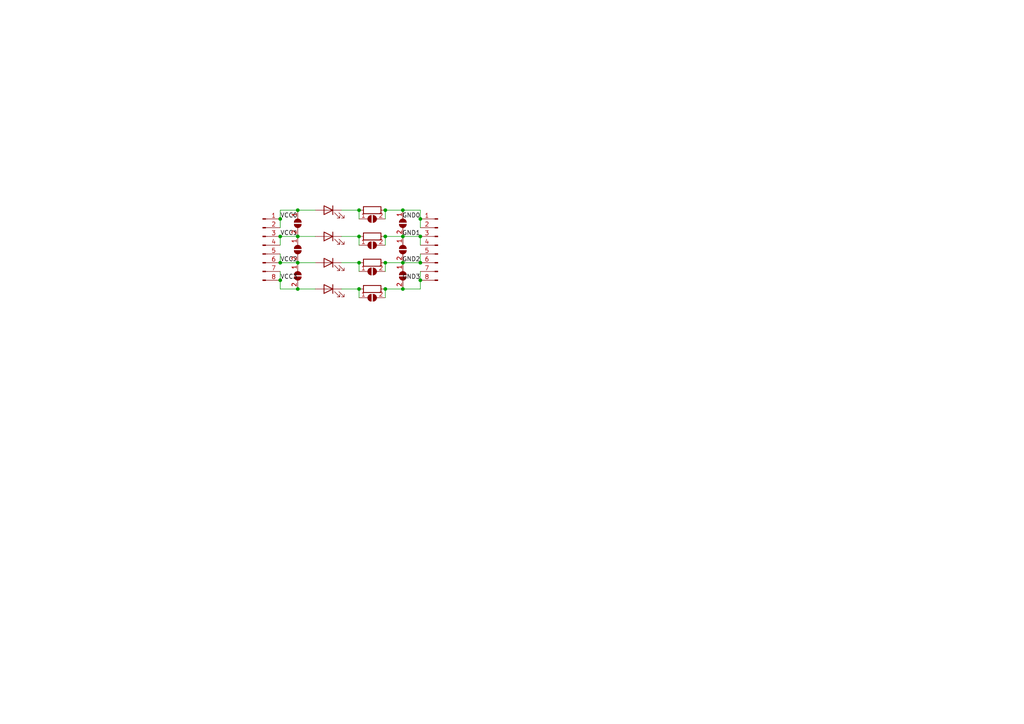
<source format=kicad_sch>
(kicad_sch (version 20211123) (generator eeschema)

  (uuid 1a8b3ff9-5f91-485a-bd6d-750b1666bc8c)

  (paper "A4")

  (lib_symbols
    (symbol "Connector:Conn_01x08_Male" (pin_names (offset 1.016) hide) (in_bom yes) (on_board yes)
      (property "Reference" "J" (id 0) (at 0 10.16 0)
        (effects (font (size 1.27 1.27)))
      )
      (property "Value" "Conn_01x08_Male" (id 1) (at 0 -12.7 0)
        (effects (font (size 1.27 1.27)))
      )
      (property "Footprint" "" (id 2) (at 0 0 0)
        (effects (font (size 1.27 1.27)) hide)
      )
      (property "Datasheet" "~" (id 3) (at 0 0 0)
        (effects (font (size 1.27 1.27)) hide)
      )
      (property "ki_keywords" "connector" (id 4) (at 0 0 0)
        (effects (font (size 1.27 1.27)) hide)
      )
      (property "ki_description" "Generic connector, single row, 01x08, script generated (kicad-library-utils/schlib/autogen/connector/)" (id 5) (at 0 0 0)
        (effects (font (size 1.27 1.27)) hide)
      )
      (property "ki_fp_filters" "Connector*:*_1x??_*" (id 6) (at 0 0 0)
        (effects (font (size 1.27 1.27)) hide)
      )
      (symbol "Conn_01x08_Male_1_1"
        (polyline
          (pts
            (xy 1.27 -10.16)
            (xy 0.8636 -10.16)
          )
          (stroke (width 0.1524) (type default) (color 0 0 0 0))
          (fill (type none))
        )
        (polyline
          (pts
            (xy 1.27 -7.62)
            (xy 0.8636 -7.62)
          )
          (stroke (width 0.1524) (type default) (color 0 0 0 0))
          (fill (type none))
        )
        (polyline
          (pts
            (xy 1.27 -5.08)
            (xy 0.8636 -5.08)
          )
          (stroke (width 0.1524) (type default) (color 0 0 0 0))
          (fill (type none))
        )
        (polyline
          (pts
            (xy 1.27 -2.54)
            (xy 0.8636 -2.54)
          )
          (stroke (width 0.1524) (type default) (color 0 0 0 0))
          (fill (type none))
        )
        (polyline
          (pts
            (xy 1.27 0)
            (xy 0.8636 0)
          )
          (stroke (width 0.1524) (type default) (color 0 0 0 0))
          (fill (type none))
        )
        (polyline
          (pts
            (xy 1.27 2.54)
            (xy 0.8636 2.54)
          )
          (stroke (width 0.1524) (type default) (color 0 0 0 0))
          (fill (type none))
        )
        (polyline
          (pts
            (xy 1.27 5.08)
            (xy 0.8636 5.08)
          )
          (stroke (width 0.1524) (type default) (color 0 0 0 0))
          (fill (type none))
        )
        (polyline
          (pts
            (xy 1.27 7.62)
            (xy 0.8636 7.62)
          )
          (stroke (width 0.1524) (type default) (color 0 0 0 0))
          (fill (type none))
        )
        (rectangle (start 0.8636 -10.033) (end 0 -10.287)
          (stroke (width 0.1524) (type default) (color 0 0 0 0))
          (fill (type outline))
        )
        (rectangle (start 0.8636 -7.493) (end 0 -7.747)
          (stroke (width 0.1524) (type default) (color 0 0 0 0))
          (fill (type outline))
        )
        (rectangle (start 0.8636 -4.953) (end 0 -5.207)
          (stroke (width 0.1524) (type default) (color 0 0 0 0))
          (fill (type outline))
        )
        (rectangle (start 0.8636 -2.413) (end 0 -2.667)
          (stroke (width 0.1524) (type default) (color 0 0 0 0))
          (fill (type outline))
        )
        (rectangle (start 0.8636 0.127) (end 0 -0.127)
          (stroke (width 0.1524) (type default) (color 0 0 0 0))
          (fill (type outline))
        )
        (rectangle (start 0.8636 2.667) (end 0 2.413)
          (stroke (width 0.1524) (type default) (color 0 0 0 0))
          (fill (type outline))
        )
        (rectangle (start 0.8636 5.207) (end 0 4.953)
          (stroke (width 0.1524) (type default) (color 0 0 0 0))
          (fill (type outline))
        )
        (rectangle (start 0.8636 7.747) (end 0 7.493)
          (stroke (width 0.1524) (type default) (color 0 0 0 0))
          (fill (type outline))
        )
        (pin passive line (at 5.08 7.62 180) (length 3.81)
          (name "Pin_1" (effects (font (size 1.27 1.27))))
          (number "1" (effects (font (size 1.27 1.27))))
        )
        (pin passive line (at 5.08 5.08 180) (length 3.81)
          (name "Pin_2" (effects (font (size 1.27 1.27))))
          (number "2" (effects (font (size 1.27 1.27))))
        )
        (pin passive line (at 5.08 2.54 180) (length 3.81)
          (name "Pin_3" (effects (font (size 1.27 1.27))))
          (number "3" (effects (font (size 1.27 1.27))))
        )
        (pin passive line (at 5.08 0 180) (length 3.81)
          (name "Pin_4" (effects (font (size 1.27 1.27))))
          (number "4" (effects (font (size 1.27 1.27))))
        )
        (pin passive line (at 5.08 -2.54 180) (length 3.81)
          (name "Pin_5" (effects (font (size 1.27 1.27))))
          (number "5" (effects (font (size 1.27 1.27))))
        )
        (pin passive line (at 5.08 -5.08 180) (length 3.81)
          (name "Pin_6" (effects (font (size 1.27 1.27))))
          (number "6" (effects (font (size 1.27 1.27))))
        )
        (pin passive line (at 5.08 -7.62 180) (length 3.81)
          (name "Pin_7" (effects (font (size 1.27 1.27))))
          (number "7" (effects (font (size 1.27 1.27))))
        )
        (pin passive line (at 5.08 -10.16 180) (length 3.81)
          (name "Pin_8" (effects (font (size 1.27 1.27))))
          (number "8" (effects (font (size 1.27 1.27))))
        )
      )
    )
    (symbol "Device:LED" (pin_numbers hide) (pin_names (offset 1.016) hide) (in_bom yes) (on_board yes)
      (property "Reference" "D" (id 0) (at 0 2.54 0)
        (effects (font (size 1.27 1.27)))
      )
      (property "Value" "LED" (id 1) (at 0 -2.54 0)
        (effects (font (size 1.27 1.27)))
      )
      (property "Footprint" "" (id 2) (at 0 0 0)
        (effects (font (size 1.27 1.27)) hide)
      )
      (property "Datasheet" "~" (id 3) (at 0 0 0)
        (effects (font (size 1.27 1.27)) hide)
      )
      (property "ki_keywords" "LED diode" (id 4) (at 0 0 0)
        (effects (font (size 1.27 1.27)) hide)
      )
      (property "ki_description" "Light emitting diode" (id 5) (at 0 0 0)
        (effects (font (size 1.27 1.27)) hide)
      )
      (property "ki_fp_filters" "LED* LED_SMD:* LED_THT:*" (id 6) (at 0 0 0)
        (effects (font (size 1.27 1.27)) hide)
      )
      (symbol "LED_0_1"
        (polyline
          (pts
            (xy -1.27 -1.27)
            (xy -1.27 1.27)
          )
          (stroke (width 0.254) (type default) (color 0 0 0 0))
          (fill (type none))
        )
        (polyline
          (pts
            (xy -1.27 0)
            (xy 1.27 0)
          )
          (stroke (width 0) (type default) (color 0 0 0 0))
          (fill (type none))
        )
        (polyline
          (pts
            (xy 1.27 -1.27)
            (xy 1.27 1.27)
            (xy -1.27 0)
            (xy 1.27 -1.27)
          )
          (stroke (width 0.254) (type default) (color 0 0 0 0))
          (fill (type none))
        )
        (polyline
          (pts
            (xy -3.048 -0.762)
            (xy -4.572 -2.286)
            (xy -3.81 -2.286)
            (xy -4.572 -2.286)
            (xy -4.572 -1.524)
          )
          (stroke (width 0) (type default) (color 0 0 0 0))
          (fill (type none))
        )
        (polyline
          (pts
            (xy -1.778 -0.762)
            (xy -3.302 -2.286)
            (xy -2.54 -2.286)
            (xy -3.302 -2.286)
            (xy -3.302 -1.524)
          )
          (stroke (width 0) (type default) (color 0 0 0 0))
          (fill (type none))
        )
      )
      (symbol "LED_1_1"
        (pin passive line (at -3.81 0 0) (length 2.54)
          (name "K" (effects (font (size 1.27 1.27))))
          (number "1" (effects (font (size 1.27 1.27))))
        )
        (pin passive line (at 3.81 0 180) (length 2.54)
          (name "A" (effects (font (size 1.27 1.27))))
          (number "2" (effects (font (size 1.27 1.27))))
        )
      )
    )
    (symbol "Device:R" (pin_numbers hide) (pin_names (offset 0)) (in_bom yes) (on_board yes)
      (property "Reference" "R" (id 0) (at 2.032 0 90)
        (effects (font (size 1.27 1.27)))
      )
      (property "Value" "R" (id 1) (at 0 0 90)
        (effects (font (size 1.27 1.27)))
      )
      (property "Footprint" "" (id 2) (at -1.778 0 90)
        (effects (font (size 1.27 1.27)) hide)
      )
      (property "Datasheet" "~" (id 3) (at 0 0 0)
        (effects (font (size 1.27 1.27)) hide)
      )
      (property "ki_keywords" "R res resistor" (id 4) (at 0 0 0)
        (effects (font (size 1.27 1.27)) hide)
      )
      (property "ki_description" "Resistor" (id 5) (at 0 0 0)
        (effects (font (size 1.27 1.27)) hide)
      )
      (property "ki_fp_filters" "R_*" (id 6) (at 0 0 0)
        (effects (font (size 1.27 1.27)) hide)
      )
      (symbol "R_0_1"
        (rectangle (start -1.016 -2.54) (end 1.016 2.54)
          (stroke (width 0.254) (type default) (color 0 0 0 0))
          (fill (type none))
        )
      )
      (symbol "R_1_1"
        (pin passive line (at 0 3.81 270) (length 1.27)
          (name "~" (effects (font (size 1.27 1.27))))
          (number "1" (effects (font (size 1.27 1.27))))
        )
        (pin passive line (at 0 -3.81 90) (length 1.27)
          (name "~" (effects (font (size 1.27 1.27))))
          (number "2" (effects (font (size 1.27 1.27))))
        )
      )
    )
    (symbol "Jumper:SolderJumper_2_Open" (pin_names (offset 0) hide) (in_bom yes) (on_board yes)
      (property "Reference" "JP" (id 0) (at 0 2.032 0)
        (effects (font (size 1.27 1.27)))
      )
      (property "Value" "SolderJumper_2_Open" (id 1) (at 0 -2.54 0)
        (effects (font (size 1.27 1.27)))
      )
      (property "Footprint" "" (id 2) (at 0 0 0)
        (effects (font (size 1.27 1.27)) hide)
      )
      (property "Datasheet" "~" (id 3) (at 0 0 0)
        (effects (font (size 1.27 1.27)) hide)
      )
      (property "ki_keywords" "solder jumper SPST" (id 4) (at 0 0 0)
        (effects (font (size 1.27 1.27)) hide)
      )
      (property "ki_description" "Solder Jumper, 2-pole, open" (id 5) (at 0 0 0)
        (effects (font (size 1.27 1.27)) hide)
      )
      (property "ki_fp_filters" "SolderJumper*Open*" (id 6) (at 0 0 0)
        (effects (font (size 1.27 1.27)) hide)
      )
      (symbol "SolderJumper_2_Open_0_1"
        (arc (start -0.254 1.016) (mid -1.27 0) (end -0.254 -1.016)
          (stroke (width 0) (type default) (color 0 0 0 0))
          (fill (type none))
        )
        (arc (start -0.254 1.016) (mid -1.27 0) (end -0.254 -1.016)
          (stroke (width 0) (type default) (color 0 0 0 0))
          (fill (type outline))
        )
        (polyline
          (pts
            (xy -0.254 1.016)
            (xy -0.254 -1.016)
          )
          (stroke (width 0) (type default) (color 0 0 0 0))
          (fill (type none))
        )
        (polyline
          (pts
            (xy 0.254 1.016)
            (xy 0.254 -1.016)
          )
          (stroke (width 0) (type default) (color 0 0 0 0))
          (fill (type none))
        )
        (arc (start 0.254 -1.016) (mid 1.27 0) (end 0.254 1.016)
          (stroke (width 0) (type default) (color 0 0 0 0))
          (fill (type none))
        )
        (arc (start 0.254 -1.016) (mid 1.27 0) (end 0.254 1.016)
          (stroke (width 0) (type default) (color 0 0 0 0))
          (fill (type outline))
        )
      )
      (symbol "SolderJumper_2_Open_1_1"
        (pin passive line (at -3.81 0 0) (length 2.54)
          (name "A" (effects (font (size 1.27 1.27))))
          (number "1" (effects (font (size 1.27 1.27))))
        )
        (pin passive line (at 3.81 0 180) (length 2.54)
          (name "B" (effects (font (size 1.27 1.27))))
          (number "2" (effects (font (size 1.27 1.27))))
        )
      )
    )
  )

  (junction (at 121.92 76.2) (diameter 0) (color 0 0 0 0)
    (uuid 111c1a4f-2b75-4578-9cda-2c334acbab70)
  )
  (junction (at 104.14 60.96) (diameter 0) (color 0 0 0 0)
    (uuid 240af476-a63b-46cc-86dd-0d9545b3538a)
  )
  (junction (at 81.28 76.2) (diameter 0) (color 0 0 0 0)
    (uuid 28a94db4-e177-4538-a2aa-310d7f2994b6)
  )
  (junction (at 116.84 60.96) (diameter 0) (color 0 0 0 0)
    (uuid 2952dcaf-c157-49ef-837b-42171aff520e)
  )
  (junction (at 81.28 68.58) (diameter 0) (color 0 0 0 0)
    (uuid 29ac3e45-b3f5-4e9c-8702-4cd6a48b9a2e)
  )
  (junction (at 111.76 83.82) (diameter 0) (color 0 0 0 0)
    (uuid 2a0a9df0-7137-4396-b34f-5b8a2012a5a9)
  )
  (junction (at 116.84 83.82) (diameter 0) (color 0 0 0 0)
    (uuid 3747d130-3bc5-42f0-bf97-4fb9c218ad46)
  )
  (junction (at 121.92 63.5) (diameter 0) (color 0 0 0 0)
    (uuid 48a82a97-89cf-4227-ab67-96d6ee25c147)
  )
  (junction (at 81.28 81.28) (diameter 0) (color 0 0 0 0)
    (uuid 5a9368bc-8a6e-45db-9016-a8074fb09609)
  )
  (junction (at 121.92 68.58) (diameter 0) (color 0 0 0 0)
    (uuid 5ea4ab00-87c6-438f-9e2e-63bea301bc76)
  )
  (junction (at 86.36 83.82) (diameter 0) (color 0 0 0 0)
    (uuid 85608406-3ab5-4435-871f-b760156e467b)
  )
  (junction (at 116.84 76.2) (diameter 0) (color 0 0 0 0)
    (uuid 8566096f-2804-42e7-8106-e24e254beb4f)
  )
  (junction (at 86.36 76.2) (diameter 0) (color 0 0 0 0)
    (uuid 91b724b6-17ef-4eaf-8e6b-10b7f1b99fab)
  )
  (junction (at 86.36 60.96) (diameter 0) (color 0 0 0 0)
    (uuid 9e9d24b7-7f83-4f38-9e3d-8ee057f55185)
  )
  (junction (at 81.28 63.5) (diameter 0) (color 0 0 0 0)
    (uuid a3c1756a-8842-4ec9-8e3f-843f00037da1)
  )
  (junction (at 116.84 68.58) (diameter 0) (color 0 0 0 0)
    (uuid badde130-aabf-4e5e-b305-ab6b3ca4e9f5)
  )
  (junction (at 104.14 68.58) (diameter 0) (color 0 0 0 0)
    (uuid bd8d641a-ab21-4a53-9023-ac3fe2491859)
  )
  (junction (at 86.36 68.58) (diameter 0) (color 0 0 0 0)
    (uuid c155617a-1d6e-4614-8733-990cb5be74f4)
  )
  (junction (at 111.76 68.58) (diameter 0) (color 0 0 0 0)
    (uuid ca8567ba-8b95-451b-bea7-37bd1ad90750)
  )
  (junction (at 111.76 76.2) (diameter 0) (color 0 0 0 0)
    (uuid d0588047-d24e-4f80-b4ed-8a4d57a1a347)
  )
  (junction (at 121.92 81.28) (diameter 0) (color 0 0 0 0)
    (uuid d2c31873-3a0a-492b-a35a-f1699158e93e)
  )
  (junction (at 111.76 60.96) (diameter 0) (color 0 0 0 0)
    (uuid d64372f0-b517-40c5-88c8-7b4414ecddea)
  )
  (junction (at 104.14 76.2) (diameter 0) (color 0 0 0 0)
    (uuid e46a0b2c-f555-444c-a101-b7c4755b399b)
  )
  (junction (at 104.14 83.82) (diameter 0) (color 0 0 0 0)
    (uuid fd6289d3-2064-4230-9fb2-01750b6eeabc)
  )

  (wire (pts (xy 116.84 68.58) (xy 121.92 68.58))
    (stroke (width 0) (type default) (color 0 0 0 0))
    (uuid 04cbdeeb-ae96-4962-a200-aa5031d39c33)
  )
  (wire (pts (xy 121.92 63.5) (xy 121.92 66.04))
    (stroke (width 0) (type default) (color 0 0 0 0))
    (uuid 097b465c-4937-4528-a358-2f96460f6559)
  )
  (wire (pts (xy 86.36 60.96) (xy 91.44 60.96))
    (stroke (width 0) (type default) (color 0 0 0 0))
    (uuid 14d3bfbc-b053-41c2-8004-cfc011b72621)
  )
  (wire (pts (xy 116.84 76.2) (xy 121.92 76.2))
    (stroke (width 0) (type default) (color 0 0 0 0))
    (uuid 1587902d-3e87-4cc7-91ae-17a07961a871)
  )
  (wire (pts (xy 81.28 68.58) (xy 81.28 71.12))
    (stroke (width 0) (type default) (color 0 0 0 0))
    (uuid 17c1ad15-af59-4f50-bdb9-4c97055e3a1c)
  )
  (wire (pts (xy 104.14 76.2) (xy 104.14 78.74))
    (stroke (width 0) (type default) (color 0 0 0 0))
    (uuid 1fee6484-ffbe-4d5e-8c56-ef5624f9c1ec)
  )
  (wire (pts (xy 111.76 76.2) (xy 116.84 76.2))
    (stroke (width 0) (type default) (color 0 0 0 0))
    (uuid 207aa57d-0268-44b3-8a04-57167661c386)
  )
  (wire (pts (xy 116.84 60.96) (xy 121.92 60.96))
    (stroke (width 0) (type default) (color 0 0 0 0))
    (uuid 26fbbfbc-c9d7-4756-a4fa-cb56804722f4)
  )
  (wire (pts (xy 116.84 83.82) (xy 121.92 83.82))
    (stroke (width 0) (type default) (color 0 0 0 0))
    (uuid 32a54093-8db6-4020-a475-ca0e62ce5534)
  )
  (wire (pts (xy 111.76 68.58) (xy 111.76 71.12))
    (stroke (width 0) (type default) (color 0 0 0 0))
    (uuid 429e2622-a1b9-484b-aa14-939394aad9cb)
  )
  (wire (pts (xy 81.28 68.58) (xy 86.36 68.58))
    (stroke (width 0) (type default) (color 0 0 0 0))
    (uuid 4326ee6f-3e8f-424b-a84c-e53c89869f85)
  )
  (wire (pts (xy 99.06 76.2) (xy 104.14 76.2))
    (stroke (width 0) (type default) (color 0 0 0 0))
    (uuid 497f9c02-9cb7-4914-adf7-e29c966f6614)
  )
  (wire (pts (xy 104.14 60.96) (xy 104.14 63.5))
    (stroke (width 0) (type default) (color 0 0 0 0))
    (uuid 53c0d5aa-9530-4b28-9b43-5a449654a18f)
  )
  (wire (pts (xy 81.28 76.2) (xy 86.36 76.2))
    (stroke (width 0) (type default) (color 0 0 0 0))
    (uuid 5421934f-b21e-4ad5-b9b1-68eb3d905500)
  )
  (wire (pts (xy 81.28 76.2) (xy 81.28 73.66))
    (stroke (width 0) (type default) (color 0 0 0 0))
    (uuid 64e5601d-36c0-46dd-987c-bb8dfda3c23c)
  )
  (wire (pts (xy 81.28 81.28) (xy 81.28 78.74))
    (stroke (width 0) (type default) (color 0 0 0 0))
    (uuid 70b6bacc-78d3-4b08-a729-6f2578db4a9e)
  )
  (wire (pts (xy 81.28 63.5) (xy 81.28 66.04))
    (stroke (width 0) (type default) (color 0 0 0 0))
    (uuid 73a47dd9-131f-49bf-b14e-3e3cfb1881ae)
  )
  (wire (pts (xy 104.14 68.58) (xy 104.14 71.12))
    (stroke (width 0) (type default) (color 0 0 0 0))
    (uuid 7503b9d2-deb4-486c-8275-475abd11ef78)
  )
  (wire (pts (xy 111.76 83.82) (xy 116.84 83.82))
    (stroke (width 0) (type default) (color 0 0 0 0))
    (uuid 7920ebcd-d6f1-4915-99c1-1692b399f422)
  )
  (wire (pts (xy 121.92 60.96) (xy 121.92 63.5))
    (stroke (width 0) (type default) (color 0 0 0 0))
    (uuid 7aa8a2c3-ec9a-47c8-a0fe-82743550d83a)
  )
  (wire (pts (xy 111.76 60.96) (xy 116.84 60.96))
    (stroke (width 0) (type default) (color 0 0 0 0))
    (uuid 870faf1b-c637-421a-ac2e-6263d4382b21)
  )
  (wire (pts (xy 81.28 83.82) (xy 81.28 81.28))
    (stroke (width 0) (type default) (color 0 0 0 0))
    (uuid 8783599b-f087-4c60-97dc-9a533d2ca3b8)
  )
  (wire (pts (xy 121.92 76.2) (xy 121.92 73.66))
    (stroke (width 0) (type default) (color 0 0 0 0))
    (uuid 89c8ea2f-8437-4632-ba12-5f3f00e88d51)
  )
  (wire (pts (xy 86.36 68.58) (xy 91.44 68.58))
    (stroke (width 0) (type default) (color 0 0 0 0))
    (uuid 932ad365-9bb8-4ed6-934d-5757ca669cc0)
  )
  (wire (pts (xy 111.76 68.58) (xy 116.84 68.58))
    (stroke (width 0) (type default) (color 0 0 0 0))
    (uuid 950db92e-2246-45db-a029-2a08be33c7d1)
  )
  (wire (pts (xy 99.06 60.96) (xy 104.14 60.96))
    (stroke (width 0) (type default) (color 0 0 0 0))
    (uuid 9c6f6a2f-6be9-450f-99ba-4fbfc9a912cd)
  )
  (wire (pts (xy 81.28 83.82) (xy 86.36 83.82))
    (stroke (width 0) (type default) (color 0 0 0 0))
    (uuid 9e22ff58-9392-461e-8d0f-909e258b1145)
  )
  (wire (pts (xy 121.92 83.82) (xy 121.92 81.28))
    (stroke (width 0) (type default) (color 0 0 0 0))
    (uuid a0254f88-5baa-4993-8bf4-7fdc52b602ab)
  )
  (wire (pts (xy 111.76 83.82) (xy 111.76 86.36))
    (stroke (width 0) (type default) (color 0 0 0 0))
    (uuid bb65cb6e-1d07-4f8e-bba7-d4f481734940)
  )
  (wire (pts (xy 86.36 83.82) (xy 91.44 83.82))
    (stroke (width 0) (type default) (color 0 0 0 0))
    (uuid c6b81e1a-24be-435c-9ac7-cd397009a77c)
  )
  (wire (pts (xy 121.92 68.58) (xy 121.92 71.12))
    (stroke (width 0) (type default) (color 0 0 0 0))
    (uuid c866ff3d-8ce0-4e01-8654-4945794675d1)
  )
  (wire (pts (xy 86.36 76.2) (xy 91.44 76.2))
    (stroke (width 0) (type default) (color 0 0 0 0))
    (uuid ccb5c0af-2dea-4d9b-8008-ca0df7073fa4)
  )
  (wire (pts (xy 81.28 60.96) (xy 81.28 63.5))
    (stroke (width 0) (type default) (color 0 0 0 0))
    (uuid ce5a51d6-5d9c-469d-999f-f81972ebf118)
  )
  (wire (pts (xy 111.76 60.96) (xy 111.76 63.5))
    (stroke (width 0) (type default) (color 0 0 0 0))
    (uuid d4739471-63f8-4a43-a74b-9d2be19f3a6c)
  )
  (wire (pts (xy 81.28 60.96) (xy 86.36 60.96))
    (stroke (width 0) (type default) (color 0 0 0 0))
    (uuid d78c5f18-55f4-421a-a0d8-4f1c7dfbad22)
  )
  (wire (pts (xy 99.06 68.58) (xy 104.14 68.58))
    (stroke (width 0) (type default) (color 0 0 0 0))
    (uuid df055982-d226-416e-9ce8-ca68cecb2128)
  )
  (wire (pts (xy 104.14 83.82) (xy 104.14 86.36))
    (stroke (width 0) (type default) (color 0 0 0 0))
    (uuid e92fc481-3bdb-4aaa-ab99-718d838366fe)
  )
  (wire (pts (xy 121.92 81.28) (xy 121.92 78.74))
    (stroke (width 0) (type default) (color 0 0 0 0))
    (uuid e99adb19-acbc-4721-8848-e1d52fa1ca9b)
  )
  (wire (pts (xy 99.06 83.82) (xy 104.14 83.82))
    (stroke (width 0) (type default) (color 0 0 0 0))
    (uuid f64e53fd-64c0-4461-9715-5fe66d1caac3)
  )
  (wire (pts (xy 111.76 76.2) (xy 111.76 78.74))
    (stroke (width 0) (type default) (color 0 0 0 0))
    (uuid fd2e4e64-815a-4580-ad84-12958ac68f86)
  )

  (label "VCC0" (at 81.28 63.5 0)
    (effects (font (size 1.27 1.27)) (justify left bottom))
    (uuid 5ce91662-dbfc-4793-81d6-68a8665593c7)
  )
  (label "GND1" (at 121.92 68.58 180)
    (effects (font (size 1.27 1.27)) (justify right bottom))
    (uuid 70d2dc2d-36ca-43c8-842a-1e784b234ce9)
  )
  (label "GND2" (at 121.92 76.2 180)
    (effects (font (size 1.27 1.27)) (justify right bottom))
    (uuid 9cce561e-11ff-4b65-94a2-050edc4701d2)
  )
  (label "VCC2" (at 81.28 76.2 0)
    (effects (font (size 1.27 1.27)) (justify left bottom))
    (uuid d0e07891-8d76-4838-a0ad-066afd19d9ad)
  )
  (label "VCC3" (at 81.28 81.28 0)
    (effects (font (size 1.27 1.27)) (justify left bottom))
    (uuid d9383042-8bca-449c-af0f-df7bc73c77e3)
  )
  (label "GND3" (at 121.92 81.28 180)
    (effects (font (size 1.27 1.27)) (justify right bottom))
    (uuid e72fc612-3123-4a87-89d3-62a5a81d5ae8)
  )
  (label "VCC1" (at 81.28 68.58 0)
    (effects (font (size 1.27 1.27)) (justify left bottom))
    (uuid f15e37af-62c6-44eb-bd1b-7a0be13a2909)
  )
  (label "GND0" (at 121.92 63.5 180)
    (effects (font (size 1.27 1.27)) (justify right bottom))
    (uuid f9f11d9b-d5e9-44b6-945f-e1c8548c9f7c)
  )

  (symbol (lib_id "Jumper:SolderJumper_2_Open") (at 116.84 80.01 270) (unit 1)
    (in_bom yes) (on_board yes) (fields_autoplaced)
    (uuid 01ab9a0d-ba8e-48eb-a2e4-df9cb23d93d9)
    (property "Reference" "JP10" (id 0) (at 114.3 81.2801 90)
      (effects (font (size 1.27 1.27)) (justify right) hide)
    )
    (property "Value" "SolderJumper_2_Open" (id 1) (at 114.3 78.7401 90)
      (effects (font (size 1.27 1.27)) (justify right) hide)
    )
    (property "Footprint" "Jumper:SolderJumper-2_P1.3mm_Open_RoundedPad1.0x1.5mm" (id 2) (at 116.84 80.01 0)
      (effects (font (size 1.27 1.27)) hide)
    )
    (property "Datasheet" "~" (id 3) (at 116.84 80.01 0)
      (effects (font (size 1.27 1.27)) hide)
    )
    (pin "1" (uuid d8816d75-4663-4e17-a9d1-d9ce82da77aa))
    (pin "2" (uuid 0ccbe2b7-08f9-4d7e-8f14-b0c1f11ea663))
  )

  (symbol (lib_id "Jumper:SolderJumper_2_Open") (at 86.36 64.77 270) (unit 1)
    (in_bom yes) (on_board yes) (fields_autoplaced)
    (uuid 0ef636ec-51bc-432a-8095-0379cdd0dbdc)
    (property "Reference" "JP1" (id 0) (at 83.82 66.0401 90)
      (effects (font (size 1.27 1.27)) (justify right) hide)
    )
    (property "Value" "SolderJumper_2_Open" (id 1) (at 83.82 63.5001 90)
      (effects (font (size 1.27 1.27)) (justify right) hide)
    )
    (property "Footprint" "Jumper:SolderJumper-2_P1.3mm_Open_RoundedPad1.0x1.5mm" (id 2) (at 86.36 64.77 0)
      (effects (font (size 1.27 1.27)) hide)
    )
    (property "Datasheet" "~" (id 3) (at 86.36 64.77 0)
      (effects (font (size 1.27 1.27)) hide)
    )
    (pin "1" (uuid 3efe778f-a822-4a2a-a369-032b7e94ccdc))
    (pin "2" (uuid 513d5546-3d38-4b05-8a28-bd7e21d495b5))
  )

  (symbol (lib_id "Device:LED") (at 95.25 83.82 0) (mirror y) (unit 1)
    (in_bom yes) (on_board yes)
    (uuid 1229cf94-0c47-4847-bddd-305f4ab89b16)
    (property "Reference" "D4" (id 0) (at 96.8375 80.01 0)
      (effects (font (size 1.27 1.27)) hide)
    )
    (property "Value" "LED" (id 1) (at 96.8375 80.01 0)
      (effects (font (size 1.27 1.27)) hide)
    )
    (property "Footprint" "Custom:1210_to_0603_combo_HandSolder" (id 2) (at 95.25 83.82 0)
      (effects (font (size 1.27 1.27)) hide)
    )
    (property "Datasheet" "~" (id 3) (at 95.25 83.82 0)
      (effects (font (size 1.27 1.27)) hide)
    )
    (pin "1" (uuid 8ecec164-c443-4db0-a036-fac18f80a3ef))
    (pin "2" (uuid af598b1b-ee2b-4f1e-9140-cf5f6a20b3d8))
  )

  (symbol (lib_id "Connector:Conn_01x08_Male") (at 127 71.12 0) (mirror y) (unit 1)
    (in_bom yes) (on_board yes) (fields_autoplaced)
    (uuid 25e00841-faac-4c96-a19c-33e542994c7f)
    (property "Reference" "J2" (id 0) (at 128.27 71.1199 0)
      (effects (font (size 1.27 1.27)) (justify right) hide)
    )
    (property "Value" "Conn_01x08_Male" (id 1) (at 128.27 73.6599 0)
      (effects (font (size 1.27 1.27)) (justify right) hide)
    )
    (property "Footprint" "Connector_PinHeader_2.54mm:PinHeader_1x08_P2.54mm_Vertical" (id 2) (at 127 71.12 0)
      (effects (font (size 1.27 1.27)) hide)
    )
    (property "Datasheet" "~" (id 3) (at 127 71.12 0)
      (effects (font (size 1.27 1.27)) hide)
    )
    (pin "1" (uuid 387de129-8742-4db4-9c58-ff30e14a1ac7))
    (pin "2" (uuid 607b6473-b7dd-4b10-b5a1-a9750676b378))
    (pin "3" (uuid e3369803-0b1c-4cef-862b-3563b544ad7a))
    (pin "4" (uuid 6872a516-e0d1-439d-8057-66149bc3129e))
    (pin "5" (uuid ffa0123c-4ee3-4c6a-91c6-0f6e4606134f))
    (pin "6" (uuid 14ff4d45-b99f-493a-a5ed-3fd38d54ef0e))
    (pin "7" (uuid 37b7e75a-69b1-4cb7-b234-a8e51397ec0f))
    (pin "8" (uuid a06cf356-1b81-425e-8530-eec6f23583eb))
  )

  (symbol (lib_id "Device:R") (at 107.95 76.2 90) (unit 1)
    (in_bom yes) (on_board yes) (fields_autoplaced)
    (uuid 28548aa5-2147-42f0-8385-816ecaf57e9e)
    (property "Reference" "R3" (id 0) (at 107.95 69.85 90)
      (effects (font (size 1.27 1.27)) hide)
    )
    (property "Value" "R" (id 1) (at 107.95 72.39 90)
      (effects (font (size 1.27 1.27)) hide)
    )
    (property "Footprint" "Resistor_SMD:R_1206_3216Metric_Pad1.30x1.75mm_HandSolder" (id 2) (at 107.95 77.978 90)
      (effects (font (size 1.27 1.27)) hide)
    )
    (property "Datasheet" "~" (id 3) (at 107.95 76.2 0)
      (effects (font (size 1.27 1.27)) hide)
    )
    (pin "1" (uuid 9d552e2a-9580-4864-8b27-ee40b9ce7abe))
    (pin "2" (uuid ef240e98-f131-400b-9344-6b91e42df765))
  )

  (symbol (lib_id "Device:R") (at 107.95 60.96 90) (unit 1)
    (in_bom yes) (on_board yes) (fields_autoplaced)
    (uuid 4cabe891-1c1d-432b-a528-64171e719b8a)
    (property "Reference" "R1" (id 0) (at 107.95 54.61 90)
      (effects (font (size 1.27 1.27)) hide)
    )
    (property "Value" "R" (id 1) (at 107.95 57.15 90)
      (effects (font (size 1.27 1.27)) hide)
    )
    (property "Footprint" "Resistor_SMD:R_1206_3216Metric_Pad1.30x1.75mm_HandSolder" (id 2) (at 107.95 62.738 90)
      (effects (font (size 1.27 1.27)) hide)
    )
    (property "Datasheet" "~" (id 3) (at 107.95 60.96 0)
      (effects (font (size 1.27 1.27)) hide)
    )
    (pin "1" (uuid d3494148-7f03-4ea7-9c46-6363f5e09eca))
    (pin "2" (uuid 7321c116-5aca-4292-9a4a-0724df6bc913))
  )

  (symbol (lib_id "Jumper:SolderJumper_2_Open") (at 107.95 86.36 0) (unit 1)
    (in_bom yes) (on_board yes) (fields_autoplaced)
    (uuid 4d1ad073-1add-408b-b621-201793a0acf5)
    (property "Reference" "JP7" (id 0) (at 107.95 80.01 0)
      (effects (font (size 1.27 1.27)) hide)
    )
    (property "Value" "SolderJumper_2_Open" (id 1) (at 107.95 82.55 0)
      (effects (font (size 1.27 1.27)) hide)
    )
    (property "Footprint" "Jumper:SolderJumper-2_P1.3mm_Open_RoundedPad1.0x1.5mm" (id 2) (at 107.95 86.36 0)
      (effects (font (size 1.27 1.27)) hide)
    )
    (property "Datasheet" "~" (id 3) (at 107.95 86.36 0)
      (effects (font (size 1.27 1.27)) hide)
    )
    (pin "1" (uuid 74a43e3e-8733-4f45-9b50-7bdaee52ad38))
    (pin "2" (uuid bf3e5021-bf63-4002-a87f-db5e7b6f6c18))
  )

  (symbol (lib_id "Jumper:SolderJumper_2_Open") (at 107.95 71.12 0) (unit 1)
    (in_bom yes) (on_board yes)
    (uuid 4e5147ab-7fe5-476c-9e1c-b6706cd8c9e7)
    (property "Reference" "JP5" (id 0) (at 107.95 64.77 0)
      (effects (font (size 1.27 1.27)) hide)
    )
    (property "Value" "SolderJumper_2_Open" (id 1) (at 107.95 67.31 0)
      (effects (font (size 1.27 1.27)) hide)
    )
    (property "Footprint" "Jumper:SolderJumper-2_P1.3mm_Open_RoundedPad1.0x1.5mm" (id 2) (at 107.95 71.12 0)
      (effects (font (size 1.27 1.27)) hide)
    )
    (property "Datasheet" "~" (id 3) (at 107.95 71.12 0)
      (effects (font (size 1.27 1.27)) hide)
    )
    (pin "1" (uuid 81cc058b-c6ae-4e76-94f3-7195f8bdd3af))
    (pin "2" (uuid baefec52-6784-499a-9b53-e51832491f8c))
  )

  (symbol (lib_id "Jumper:SolderJumper_2_Open") (at 116.84 64.77 270) (unit 1)
    (in_bom yes) (on_board yes) (fields_autoplaced)
    (uuid 5d1c9048-7357-4fe6-98eb-c67030046b17)
    (property "Reference" "JP8" (id 0) (at 114.3 66.0401 90)
      (effects (font (size 1.27 1.27)) (justify right) hide)
    )
    (property "Value" "SolderJumper_2_Open" (id 1) (at 114.3 63.5001 90)
      (effects (font (size 1.27 1.27)) (justify right) hide)
    )
    (property "Footprint" "Jumper:SolderJumper-2_P1.3mm_Open_RoundedPad1.0x1.5mm" (id 2) (at 116.84 64.77 0)
      (effects (font (size 1.27 1.27)) hide)
    )
    (property "Datasheet" "~" (id 3) (at 116.84 64.77 0)
      (effects (font (size 1.27 1.27)) hide)
    )
    (pin "1" (uuid 4fccdcff-798a-4ecb-b082-9e0148946ed0))
    (pin "2" (uuid 134c1074-66b2-4f22-bf80-ab7f3143db7a))
  )

  (symbol (lib_id "Device:R") (at 107.95 68.58 90) (unit 1)
    (in_bom yes) (on_board yes)
    (uuid 5d460bec-d8e2-4ce2-8ca6-51180f838434)
    (property "Reference" "R2" (id 0) (at 107.95 62.23 90)
      (effects (font (size 1.27 1.27)) hide)
    )
    (property "Value" "R" (id 1) (at 107.95 64.77 90)
      (effects (font (size 1.27 1.27)) hide)
    )
    (property "Footprint" "Resistor_SMD:R_1206_3216Metric_Pad1.30x1.75mm_HandSolder" (id 2) (at 107.95 70.358 90)
      (effects (font (size 1.27 1.27)) hide)
    )
    (property "Datasheet" "~" (id 3) (at 107.95 68.58 0)
      (effects (font (size 1.27 1.27)) hide)
    )
    (pin "1" (uuid 1b5f4078-3cc7-46fd-bee8-a230bfb023ae))
    (pin "2" (uuid fbbd279c-a85b-4bb5-b219-5d077406d96a))
  )

  (symbol (lib_id "Device:LED") (at 95.25 60.96 0) (mirror y) (unit 1)
    (in_bom yes) (on_board yes) (fields_autoplaced)
    (uuid 5d7cfe3d-29a4-4bf3-bea8-4a18de36f9bd)
    (property "Reference" "D1" (id 0) (at 96.8375 54.61 0)
      (effects (font (size 1.27 1.27)) hide)
    )
    (property "Value" "LED" (id 1) (at 96.8375 57.15 0)
      (effects (font (size 1.27 1.27)) hide)
    )
    (property "Footprint" "Custom:1210_to_0603_combo_HandSolder" (id 2) (at 95.25 60.96 0)
      (effects (font (size 1.27 1.27)) hide)
    )
    (property "Datasheet" "~" (id 3) (at 95.25 60.96 0)
      (effects (font (size 1.27 1.27)) hide)
    )
    (pin "1" (uuid c1bd1436-004e-4c6c-9d7c-f161acbb6dea))
    (pin "2" (uuid b60a2464-2b87-41a7-b568-94ad01998220))
  )

  (symbol (lib_id "Connector:Conn_01x08_Male") (at 76.2 71.12 0) (unit 1)
    (in_bom yes) (on_board yes) (fields_autoplaced)
    (uuid 724a2720-7b86-45b7-a1b3-32c75e8279b3)
    (property "Reference" "J1" (id 0) (at 76.835 58.42 0)
      (effects (font (size 1.27 1.27)) hide)
    )
    (property "Value" "Conn_01x08_Male" (id 1) (at 76.835 60.96 0)
      (effects (font (size 1.27 1.27)) hide)
    )
    (property "Footprint" "Connector_PinHeader_2.54mm:PinHeader_1x08_P2.54mm_Vertical" (id 2) (at 76.2 71.12 0)
      (effects (font (size 1.27 1.27)) hide)
    )
    (property "Datasheet" "~" (id 3) (at 76.2 71.12 0)
      (effects (font (size 1.27 1.27)) hide)
    )
    (pin "1" (uuid db7a1798-3c34-4976-baa1-8a6eb0733a25))
    (pin "2" (uuid 9f08307f-4f84-4844-852a-9577175002d1))
    (pin "3" (uuid bc43e383-4b7b-41b7-877b-e830416008d0))
    (pin "4" (uuid c2ba0af2-1795-4502-b2a4-a2f561674e97))
    (pin "5" (uuid 47b4d1a0-9dcf-47ed-b2ba-a550c6120119))
    (pin "6" (uuid 6cea82dc-46d9-4ad6-9959-f26b5f1e86bd))
    (pin "7" (uuid c5698c19-cd27-4a34-b5fb-ecb128206eb2))
    (pin "8" (uuid 036183ca-a270-466f-9e74-ae4f1578bea0))
  )

  (symbol (lib_id "Jumper:SolderJumper_2_Open") (at 86.36 72.39 270) (unit 1)
    (in_bom yes) (on_board yes) (fields_autoplaced)
    (uuid 802bc170-57dc-4bba-95dd-50fc25eebf7d)
    (property "Reference" "JP2" (id 0) (at 83.82 73.6601 90)
      (effects (font (size 1.27 1.27)) (justify right) hide)
    )
    (property "Value" "SolderJumper_2_Open" (id 1) (at 83.82 71.1201 90)
      (effects (font (size 1.27 1.27)) (justify right) hide)
    )
    (property "Footprint" "Jumper:SolderJumper-2_P1.3mm_Open_RoundedPad1.0x1.5mm" (id 2) (at 86.36 72.39 0)
      (effects (font (size 1.27 1.27)) hide)
    )
    (property "Datasheet" "~" (id 3) (at 86.36 72.39 0)
      (effects (font (size 1.27 1.27)) hide)
    )
    (pin "1" (uuid 34120f72-5692-4410-89bc-b0b5c774bc87))
    (pin "2" (uuid 61e43603-c874-496d-81cc-6c0ff1f4c4c3))
  )

  (symbol (lib_id "Jumper:SolderJumper_2_Open") (at 107.95 78.74 0) (unit 1)
    (in_bom yes) (on_board yes) (fields_autoplaced)
    (uuid 84a501d7-6ab1-49a4-8079-e93334b9e2b6)
    (property "Reference" "JP6" (id 0) (at 107.95 72.39 0)
      (effects (font (size 1.27 1.27)) hide)
    )
    (property "Value" "SolderJumper_2_Open" (id 1) (at 107.95 74.93 0)
      (effects (font (size 1.27 1.27)) hide)
    )
    (property "Footprint" "Jumper:SolderJumper-2_P1.3mm_Open_RoundedPad1.0x1.5mm" (id 2) (at 107.95 78.74 0)
      (effects (font (size 1.27 1.27)) hide)
    )
    (property "Datasheet" "~" (id 3) (at 107.95 78.74 0)
      (effects (font (size 1.27 1.27)) hide)
    )
    (pin "1" (uuid d9417e79-275d-41a4-90c8-bb0e471f0a83))
    (pin "2" (uuid 75c513f9-9778-4ee9-a351-b5d9d5fc8ade))
  )

  (symbol (lib_id "Jumper:SolderJumper_2_Open") (at 107.95 63.5 0) (unit 1)
    (in_bom yes) (on_board yes) (fields_autoplaced)
    (uuid 97589b5c-3ac3-4bdc-8e3f-9e3f95c55d63)
    (property "Reference" "JP4" (id 0) (at 107.95 57.15 0)
      (effects (font (size 1.27 1.27)) hide)
    )
    (property "Value" "SolderJumper_2_Open" (id 1) (at 107.95 59.69 0)
      (effects (font (size 1.27 1.27)) hide)
    )
    (property "Footprint" "Jumper:SolderJumper-2_P1.3mm_Open_RoundedPad1.0x1.5mm" (id 2) (at 107.95 63.5 0)
      (effects (font (size 1.27 1.27)) hide)
    )
    (property "Datasheet" "~" (id 3) (at 107.95 63.5 0)
      (effects (font (size 1.27 1.27)) hide)
    )
    (pin "1" (uuid 0c71a489-49de-41ee-bfcd-3f01c0ffd4d6))
    (pin "2" (uuid bc88db84-2847-4bed-bf3f-56168047aa56))
  )

  (symbol (lib_id "Device:R") (at 107.95 83.82 90) (unit 1)
    (in_bom yes) (on_board yes)
    (uuid 9cabda21-68c3-47fd-a5ff-3dd793b3cc36)
    (property "Reference" "R4" (id 0) (at 107.95 80.01 90)
      (effects (font (size 1.27 1.27)) hide)
    )
    (property "Value" "R" (id 1) (at 107.95 80.01 90)
      (effects (font (size 1.27 1.27)) hide)
    )
    (property "Footprint" "Resistor_SMD:R_1206_3216Metric_Pad1.30x1.75mm_HandSolder" (id 2) (at 107.95 85.598 90)
      (effects (font (size 1.27 1.27)) hide)
    )
    (property "Datasheet" "~" (id 3) (at 107.95 83.82 0)
      (effects (font (size 1.27 1.27)) hide)
    )
    (pin "1" (uuid 8eb4e3e5-fa44-402b-8561-ddc618506f98))
    (pin "2" (uuid 4d24d5fe-2e73-40de-a724-74bfcab30e32))
  )

  (symbol (lib_id "Device:LED") (at 95.25 76.2 0) (mirror y) (unit 1)
    (in_bom yes) (on_board yes) (fields_autoplaced)
    (uuid a74f47ff-6708-43f0-9e3f-7215caafa93d)
    (property "Reference" "D3" (id 0) (at 96.8375 69.85 0)
      (effects (font (size 1.27 1.27)) hide)
    )
    (property "Value" "LED" (id 1) (at 96.8375 72.39 0)
      (effects (font (size 1.27 1.27)) hide)
    )
    (property "Footprint" "Custom:1210_to_0603_combo_HandSolder" (id 2) (at 95.25 76.2 0)
      (effects (font (size 1.27 1.27)) hide)
    )
    (property "Datasheet" "~" (id 3) (at 95.25 76.2 0)
      (effects (font (size 1.27 1.27)) hide)
    )
    (pin "1" (uuid 77666d3f-eed5-4514-bb81-277b3c3e6230))
    (pin "2" (uuid 5c813552-7983-422b-825d-dc4ae7f80a4a))
  )

  (symbol (lib_id "Device:LED") (at 95.25 68.58 0) (mirror y) (unit 1)
    (in_bom yes) (on_board yes)
    (uuid c710c116-7229-4ae5-a44f-81b53cbf6a7e)
    (property "Reference" "D2" (id 0) (at 96.8375 62.23 0)
      (effects (font (size 1.27 1.27)) hide)
    )
    (property "Value" "LED" (id 1) (at 96.8375 64.77 0)
      (effects (font (size 1.27 1.27)) hide)
    )
    (property "Footprint" "Custom:1210_to_0603_combo_HandSolder" (id 2) (at 95.25 68.58 0)
      (effects (font (size 1.27 1.27)) hide)
    )
    (property "Datasheet" "~" (id 3) (at 95.25 68.58 0)
      (effects (font (size 1.27 1.27)) hide)
    )
    (pin "1" (uuid d2bec4a1-3fd5-4826-906e-878d769205e7))
    (pin "2" (uuid 64292850-bd0d-4a0f-bd09-5f4f6d2fb56a))
  )

  (symbol (lib_id "Jumper:SolderJumper_2_Open") (at 86.36 80.01 270) (unit 1)
    (in_bom yes) (on_board yes) (fields_autoplaced)
    (uuid d775f893-7af6-4e03-84bf-54befbbdf569)
    (property "Reference" "JP3" (id 0) (at 83.82 81.2801 90)
      (effects (font (size 1.27 1.27)) (justify right) hide)
    )
    (property "Value" "SolderJumper_2_Open" (id 1) (at 83.82 78.7401 90)
      (effects (font (size 1.27 1.27)) (justify right) hide)
    )
    (property "Footprint" "Jumper:SolderJumper-2_P1.3mm_Open_RoundedPad1.0x1.5mm" (id 2) (at 86.36 80.01 0)
      (effects (font (size 1.27 1.27)) hide)
    )
    (property "Datasheet" "~" (id 3) (at 86.36 80.01 0)
      (effects (font (size 1.27 1.27)) hide)
    )
    (pin "1" (uuid 2cc82cb9-248b-4310-b5a3-7c18400b5561))
    (pin "2" (uuid fd0d2e35-98e1-4e67-9660-21aa17a1d4fe))
  )

  (symbol (lib_id "Jumper:SolderJumper_2_Open") (at 116.84 72.39 270) (unit 1)
    (in_bom yes) (on_board yes) (fields_autoplaced)
    (uuid f8233e2b-b853-4e36-bcef-d9294a40728e)
    (property "Reference" "JP9" (id 0) (at 114.3 73.6601 90)
      (effects (font (size 1.27 1.27)) (justify right) hide)
    )
    (property "Value" "SolderJumper_2_Open" (id 1) (at 114.3 71.1201 90)
      (effects (font (size 1.27 1.27)) (justify right) hide)
    )
    (property "Footprint" "Jumper:SolderJumper-2_P1.3mm_Open_RoundedPad1.0x1.5mm" (id 2) (at 116.84 72.39 0)
      (effects (font (size 1.27 1.27)) hide)
    )
    (property "Datasheet" "~" (id 3) (at 116.84 72.39 0)
      (effects (font (size 1.27 1.27)) hide)
    )
    (pin "1" (uuid e522d382-be6c-4310-afb0-eaeb8e1ef6e8))
    (pin "2" (uuid d147fb9c-9fdd-4b80-b112-b172365cf00a))
  )

  (sheet_instances
    (path "/" (page "1"))
  )

  (symbol_instances
    (path "/5d7cfe3d-29a4-4bf3-bea8-4a18de36f9bd"
      (reference "D1") (unit 1) (value "LED") (footprint "Custom:1210_to_0603_combo_HandSolder")
    )
    (path "/c710c116-7229-4ae5-a44f-81b53cbf6a7e"
      (reference "D2") (unit 1) (value "LED") (footprint "Custom:1210_to_0603_combo_HandSolder")
    )
    (path "/a74f47ff-6708-43f0-9e3f-7215caafa93d"
      (reference "D3") (unit 1) (value "LED") (footprint "Custom:1210_to_0603_combo_HandSolder")
    )
    (path "/1229cf94-0c47-4847-bddd-305f4ab89b16"
      (reference "D4") (unit 1) (value "LED") (footprint "Custom:1210_to_0603_combo_HandSolder")
    )
    (path "/724a2720-7b86-45b7-a1b3-32c75e8279b3"
      (reference "J1") (unit 1) (value "Conn_01x08_Male") (footprint "Connector_PinHeader_2.54mm:PinHeader_1x08_P2.54mm_Vertical")
    )
    (path "/25e00841-faac-4c96-a19c-33e542994c7f"
      (reference "J2") (unit 1) (value "Conn_01x08_Male") (footprint "Connector_PinHeader_2.54mm:PinHeader_1x08_P2.54mm_Vertical")
    )
    (path "/0ef636ec-51bc-432a-8095-0379cdd0dbdc"
      (reference "JP1") (unit 1) (value "SolderJumper_2_Open") (footprint "Jumper:SolderJumper-2_P1.3mm_Open_RoundedPad1.0x1.5mm")
    )
    (path "/802bc170-57dc-4bba-95dd-50fc25eebf7d"
      (reference "JP2") (unit 1) (value "SolderJumper_2_Open") (footprint "Jumper:SolderJumper-2_P1.3mm_Open_RoundedPad1.0x1.5mm")
    )
    (path "/d775f893-7af6-4e03-84bf-54befbbdf569"
      (reference "JP3") (unit 1) (value "SolderJumper_2_Open") (footprint "Jumper:SolderJumper-2_P1.3mm_Open_RoundedPad1.0x1.5mm")
    )
    (path "/97589b5c-3ac3-4bdc-8e3f-9e3f95c55d63"
      (reference "JP4") (unit 1) (value "SolderJumper_2_Open") (footprint "Jumper:SolderJumper-2_P1.3mm_Open_RoundedPad1.0x1.5mm")
    )
    (path "/4e5147ab-7fe5-476c-9e1c-b6706cd8c9e7"
      (reference "JP5") (unit 1) (value "SolderJumper_2_Open") (footprint "Jumper:SolderJumper-2_P1.3mm_Open_RoundedPad1.0x1.5mm")
    )
    (path "/84a501d7-6ab1-49a4-8079-e93334b9e2b6"
      (reference "JP6") (unit 1) (value "SolderJumper_2_Open") (footprint "Jumper:SolderJumper-2_P1.3mm_Open_RoundedPad1.0x1.5mm")
    )
    (path "/4d1ad073-1add-408b-b621-201793a0acf5"
      (reference "JP7") (unit 1) (value "SolderJumper_2_Open") (footprint "Jumper:SolderJumper-2_P1.3mm_Open_RoundedPad1.0x1.5mm")
    )
    (path "/5d1c9048-7357-4fe6-98eb-c67030046b17"
      (reference "JP8") (unit 1) (value "SolderJumper_2_Open") (footprint "Jumper:SolderJumper-2_P1.3mm_Open_RoundedPad1.0x1.5mm")
    )
    (path "/f8233e2b-b853-4e36-bcef-d9294a40728e"
      (reference "JP9") (unit 1) (value "SolderJumper_2_Open") (footprint "Jumper:SolderJumper-2_P1.3mm_Open_RoundedPad1.0x1.5mm")
    )
    (path "/01ab9a0d-ba8e-48eb-a2e4-df9cb23d93d9"
      (reference "JP10") (unit 1) (value "SolderJumper_2_Open") (footprint "Jumper:SolderJumper-2_P1.3mm_Open_RoundedPad1.0x1.5mm")
    )
    (path "/4cabe891-1c1d-432b-a528-64171e719b8a"
      (reference "R1") (unit 1) (value "R") (footprint "Resistor_SMD:R_1206_3216Metric_Pad1.30x1.75mm_HandSolder")
    )
    (path "/5d460bec-d8e2-4ce2-8ca6-51180f838434"
      (reference "R2") (unit 1) (value "R") (footprint "Resistor_SMD:R_1206_3216Metric_Pad1.30x1.75mm_HandSolder")
    )
    (path "/28548aa5-2147-42f0-8385-816ecaf57e9e"
      (reference "R3") (unit 1) (value "R") (footprint "Resistor_SMD:R_1206_3216Metric_Pad1.30x1.75mm_HandSolder")
    )
    (path "/9cabda21-68c3-47fd-a5ff-3dd793b3cc36"
      (reference "R4") (unit 1) (value "R") (footprint "Resistor_SMD:R_1206_3216Metric_Pad1.30x1.75mm_HandSolder")
    )
  )
)

</source>
